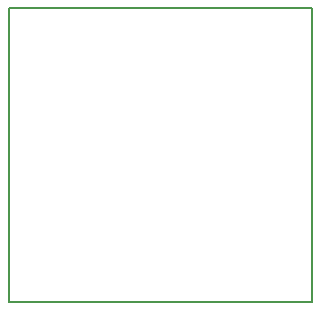
<source format=gbr>
G04 #@! TF.FileFunction,Profile,NP*
%FSLAX46Y46*%
G04 Gerber Fmt 4.6, Leading zero omitted, Abs format (unit mm)*
G04 Created by KiCad (PCBNEW 4.0.4-stable) date Tuesday 14 February 2017 01:11:44*
%MOMM*%
%LPD*%
G01*
G04 APERTURE LIST*
%ADD10C,0.100000*%
%ADD11C,0.150000*%
G04 APERTURE END LIST*
D10*
D11*
X148336000Y-128016000D02*
X173990000Y-128016000D01*
X173990000Y-103124000D02*
X148336000Y-103124000D01*
X173990000Y-103124000D02*
X173990000Y-128016000D01*
X148336000Y-128016000D02*
X148336000Y-103124000D01*
M02*

</source>
